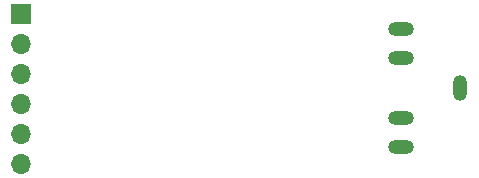
<source format=gbs>
%TF.GenerationSoftware,KiCad,Pcbnew,(6.0.5)*%
%TF.CreationDate,2024-01-21T09:56:38+01:00*%
%TF.ProjectId,pmod_audio_mono,706d6f64-5f61-4756-9469-6f5f6d6f6e6f,rev?*%
%TF.SameCoordinates,Original*%
%TF.FileFunction,Soldermask,Bot*%
%TF.FilePolarity,Negative*%
%FSLAX46Y46*%
G04 Gerber Fmt 4.6, Leading zero omitted, Abs format (unit mm)*
G04 Created by KiCad (PCBNEW (6.0.5)) date 2024-01-21 09:56:38*
%MOMM*%
%LPD*%
G01*
G04 APERTURE LIST*
%ADD10R,1.700000X1.700000*%
%ADD11O,1.700000X1.700000*%
%ADD12O,2.200000X1.200000*%
%ADD13O,1.200000X2.200000*%
G04 APERTURE END LIST*
D10*
%TO.C,PMOD1*%
X134850000Y-92710000D03*
D11*
X134850000Y-95250000D03*
X134850000Y-97790000D03*
X134850000Y-100330000D03*
X134850000Y-102870000D03*
X134850000Y-105410000D03*
%TD*%
D12*
%TO.C,J1*%
X167000000Y-104000000D03*
X167000000Y-101500000D03*
D13*
X172000000Y-99000000D03*
D12*
X167000000Y-94000000D03*
X167000000Y-96500000D03*
%TD*%
M02*

</source>
